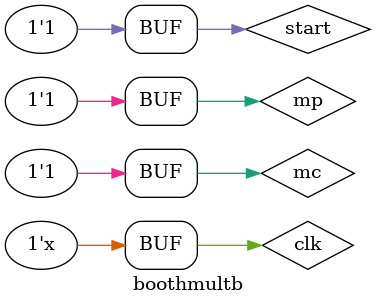
<source format=v>
module boothmultb;
wire prod;
wire busy;
reg mc,mp;
reg clk,start;
multiplier uut (prod,busy,mc,mp,clk,start);
initial
begin
$dumpfile("mul.vcd");
$dumpvars(0,boothmultb);
end
initial
begin
clk=0;
 #5 mc=14; mp=15;start=1;
 #8 mc=7; mp=7;start=1;
end
always #5 clk=~clk;
endmodule


</source>
